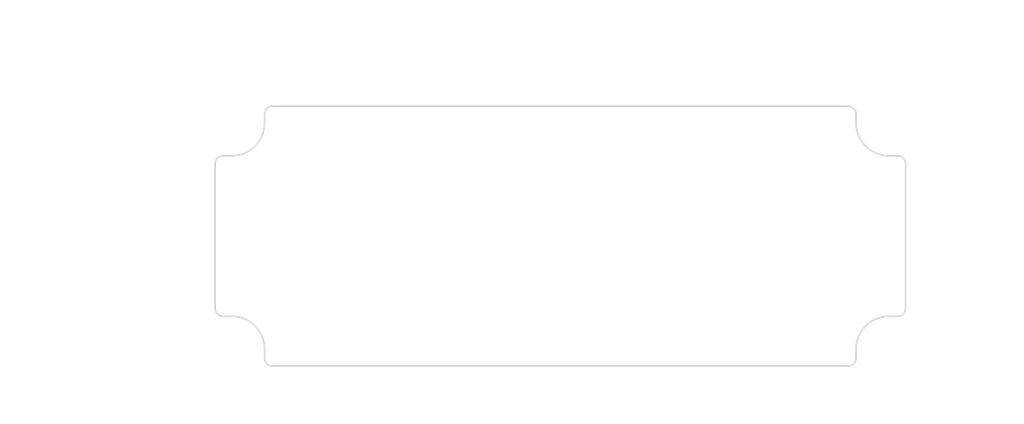
<source format=kicad_pcb>
(kicad_pcb (version 20171130) (host pcbnew "(5.1.0)-1")

  (general
    (thickness 1.6)
    (drawings 56)
    (tracks 0)
    (zones 0)
    (modules 0)
    (nets 1)
  )

  (page A4)
  (layers
    (0 F.Cu signal)
    (31 B.Cu signal)
    (32 B.Adhes user)
    (33 F.Adhes user)
    (34 B.Paste user)
    (35 F.Paste user)
    (36 B.SilkS user)
    (37 F.SilkS user)
    (38 B.Mask user)
    (39 F.Mask user)
    (40 Dwgs.User user)
    (41 Cmts.User user)
    (42 Eco1.User user)
    (43 Eco2.User user)
    (44 Edge.Cuts user)
    (45 Margin user)
    (46 B.CrtYd user)
    (47 F.CrtYd user)
    (48 B.Fab user)
    (49 F.Fab user)
  )

  (setup
    (last_trace_width 0.25)
    (trace_clearance 0.2)
    (zone_clearance 0.508)
    (zone_45_only no)
    (trace_min 0.2)
    (via_size 0.8)
    (via_drill 0.4)
    (via_min_size 0.4)
    (via_min_drill 0.3)
    (uvia_size 0.3)
    (uvia_drill 0.1)
    (uvias_allowed no)
    (uvia_min_size 0.2)
    (uvia_min_drill 0.1)
    (edge_width 0.05)
    (segment_width 0.2)
    (pcb_text_width 0.3)
    (pcb_text_size 1.5 1.5)
    (mod_edge_width 0.12)
    (mod_text_size 1 1)
    (mod_text_width 0.15)
    (pad_size 1.524 1.524)
    (pad_drill 0.762)
    (pad_to_mask_clearance 0.051)
    (solder_mask_min_width 0.25)
    (aux_axis_origin 0 0)
    (visible_elements FFFFFF7F)
    (pcbplotparams
      (layerselection 0x010fc_ffffffff)
      (usegerberextensions false)
      (usegerberattributes false)
      (usegerberadvancedattributes false)
      (creategerberjobfile false)
      (excludeedgelayer true)
      (linewidth 0.152400)
      (plotframeref false)
      (viasonmask false)
      (mode 1)
      (useauxorigin false)
      (hpglpennumber 1)
      (hpglpenspeed 20)
      (hpglpendiameter 15.000000)
      (psnegative false)
      (psa4output false)
      (plotreference true)
      (plotvalue true)
      (plotinvisibletext false)
      (padsonsilk false)
      (subtractmaskfromsilk false)
      (outputformat 1)
      (mirror false)
      (drillshape 1)
      (scaleselection 1)
      (outputdirectory ""))
  )

  (net 0 "")

  (net_class Default "This is the default net class."
    (clearance 0.2)
    (trace_width 0.25)
    (via_dia 0.8)
    (via_drill 0.4)
    (uvia_dia 0.3)
    (uvia_drill 0.1)
  )

  (gr_line (start 191.138469 89.735271) (end 191.138469 88.637472) (layer Edge.Cuts) (width 0.2))
  (gr_arc (start 195.290669 89.735271) (end 191.138469 89.735271) (angle -90) (layer Edge.Cuts) (width 0.2))
  (gr_line (start 196.363469 93.887472) (end 195.290669 93.887472) (layer Edge.Cuts) (width 0.2))
  (gr_line (start 197.363469 113.08307) (end 197.363469 94.887472) (layer Edge.Cuts) (width 0.2))
  (gr_line (start 195.290669 114.08307) (end 196.363469 114.08307) (layer Edge.Cuts) (width 0.2))
  (gr_arc (start 195.290669 118.235271) (end 195.290669 114.08307) (angle -90) (layer Edge.Cuts) (width 0.2))
  (gr_line (start 191.138469 119.33307) (end 191.138469 118.235271) (layer Edge.Cuts) (width 0.2))
  (gr_line (start 117.79287 120.33307) (end 190.138469 120.33307) (layer Edge.Cuts) (width 0.2))
  (gr_line (start 116.79287 118.235271) (end 116.79287 119.33307) (layer Edge.Cuts) (width 0.2))
  (gr_arc (start 112.640669 118.235271) (end 116.79287 118.235271) (angle -90) (layer Edge.Cuts) (width 0.2))
  (gr_line (start 111.56787 114.08307) (end 112.640669 114.08307) (layer Edge.Cuts) (width 0.2))
  (gr_line (start 110.56787 94.887472) (end 110.56787 113.08307) (layer Edge.Cuts) (width 0.2))
  (gr_line (start 112.640669 93.887472) (end 111.56787 93.887472) (layer Edge.Cuts) (width 0.2))
  (gr_arc (start 112.640669 89.735271) (end 112.640669 93.887472) (angle -90) (layer Edge.Cuts) (width 0.2))
  (gr_line (start 116.79287 88.637472) (end 116.79287 89.735271) (layer Edge.Cuts) (width 0.2))
  (gr_line (start 190.138469 87.637472) (end 117.79287 87.637472) (layer Edge.Cuts) (width 0.2))
  (gr_arc (start 190.138469 88.637472) (end 191.138469 88.637472) (angle -90) (layer Edge.Cuts) (width 0.2))
  (gr_arc (start 196.363469 94.887472) (end 197.363469 94.887472) (angle -90) (layer Edge.Cuts) (width 0.2))
  (gr_arc (start 196.363469 113.08307) (end 196.363469 114.08307) (angle -90) (layer Edge.Cuts) (width 0.2))
  (gr_arc (start 190.138469 119.33307) (end 190.138469 120.33307) (angle -90) (layer Edge.Cuts) (width 0.2))
  (gr_arc (start 117.79287 119.33307) (end 116.79287 119.33307) (angle -90) (layer Edge.Cuts) (width 0.2))
  (gr_arc (start 111.56787 113.08307) (end 110.56787 113.08307) (angle -90) (layer Edge.Cuts) (width 0.2))
  (gr_arc (start 111.56787 94.887472) (end 111.56787 93.887472) (angle -90) (layer Edge.Cuts) (width 0.2))
  (gr_arc (start 117.79287 88.637472) (end 117.79287 87.637472) (angle -90) (layer Edge.Cuts) (width 0.2))
  (gr_text [R0.04] (at 207.775103 117.190454) (layer Dwgs.User)
    (effects (font (size 1.7 1.53) (thickness 0.2125)))
  )
  (gr_text " R1.00" (at 207.775103 113.633019) (layer Dwgs.User)
    (effects (font (size 1.7 1.53) (thickness 0.2125)))
  )
  (gr_line (start 201.304332 115.300993) (end 199.100365 114.311646) (layer Dwgs.User) (width 0.2))
  (gr_line (start 203.304332 115.300993) (end 201.304332 115.300993) (layer Dwgs.User) (width 0.2))
  (gr_text [R0.16] (at 204.933982 126.253874) (layer Dwgs.User)
    (effects (font (size 1.7 1.53) (thickness 0.2125)))
  )
  (gr_text " R4.15" (at 204.933982 122.696438) (layer Dwgs.User)
    (effects (font (size 1.7 1.53) (thickness 0.2125)))
  )
  (gr_line (start 198.463211 124.364412) (end 194.301334 116.32394) (layer Dwgs.User) (width 0.2))
  (gr_line (start 200.463211 124.364412) (end 198.463211 124.364412) (layer Dwgs.User) (width 0.2))
  (gr_text [2.93] (at 148.675943 84.915702) (layer Dwgs.User)
    (effects (font (size 1.7 1.53) (thickness 0.2125)))
  )
  (gr_text " 74.35" (at 148.675943 81.357687) (layer Dwgs.User)
    (effects (font (size 1.7 1.53) (thickness 0.2125)))
  )
  (gr_line (start 189.138469 83.026241) (end 152.729832 83.026241) (layer Dwgs.User) (width 0.2))
  (gr_line (start 118.79287 83.026241) (end 144.622055 83.026241) (layer Dwgs.User) (width 0.2))
  (gr_line (start 191.138469 87.637472) (end 191.138469 79.851241) (layer Dwgs.User) (width 0.2))
  (gr_line (start 116.79287 87.637472) (end 116.79287 79.851241) (layer Dwgs.User) (width 0.2))
  (gr_text [.80] (at 102.364016 105.874732) (layer Dwgs.User)
    (effects (font (size 1.7 1.53) (thickness 0.2125)))
  )
  (gr_text " 20.20" (at 102.364016 102.317297) (layer Dwgs.User)
    (effects (font (size 1.7 1.53) (thickness 0.2125)))
  )
  (gr_line (start 102.364016 112.08307) (end 102.364016 107.542706) (layer Dwgs.User) (width 0.2))
  (gr_line (start 102.364016 95.887472) (end 102.364016 100.427835) (layer Dwgs.User) (width 0.2))
  (gr_line (start 110.56787 114.08307) (end 99.189016 114.08307) (layer Dwgs.User) (width 0.2))
  (gr_line (start 110.56787 93.887472) (end 99.189016 93.887472) (layer Dwgs.User) (width 0.2))
  (gr_text [1.29] (at 87.55494 105.874732) (layer Dwgs.User)
    (effects (font (size 1.7 1.53) (thickness 0.2125)))
  )
  (gr_text " 32.70" (at 87.55494 102.316717) (layer Dwgs.User)
    (effects (font (size 1.7 1.53) (thickness 0.2125)))
  )
  (gr_line (start 87.55494 118.33307) (end 87.55494 107.543286) (layer Dwgs.User) (width 0.2))
  (gr_line (start 87.55494 89.637472) (end 87.55494 100.427256) (layer Dwgs.User) (width 0.2))
  (gr_line (start 116.79287 120.33307) (end 84.37994 120.33307) (layer Dwgs.User) (width 0.2))
  (gr_line (start 116.79287 87.637472) (end 84.37994 87.637472) (layer Dwgs.User) (width 0.2))
  (gr_text [3.42] (at 157.468439 79.440653) (layer Dwgs.User)
    (effects (font (size 1.7 1.53) (thickness 0.2125)))
  )
  (gr_text " 86.80" (at 157.468439 75.883217) (layer Dwgs.User)
    (effects (font (size 1.7 1.53) (thickness 0.2125)))
  )
  (gr_line (start 195.363469 77.551191) (end 161.51305 77.551191) (layer Dwgs.User) (width 0.2))
  (gr_line (start 112.56787 77.551191) (end 153.423828 77.551191) (layer Dwgs.User) (width 0.2))
  (gr_line (start 197.363469 93.887472) (end 197.363469 74.376191) (layer Dwgs.User) (width 0.2))
  (gr_line (start 110.56787 93.887472) (end 110.56787 74.376191) (layer Dwgs.User) (width 0.2))

)

</source>
